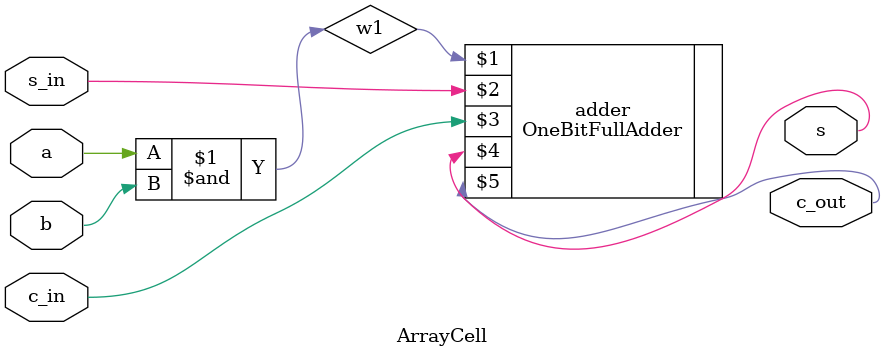
<source format=v>
module ArrayCell(
	input a,
	input b,
	input s_in,
	input c_in,
	output s,
	output c_out
);

	wire w1;
	and(w1,a,b);

	OneBitFullAdder adder(w1,s_in,c_in,s,c_out);


endmodule
</source>
